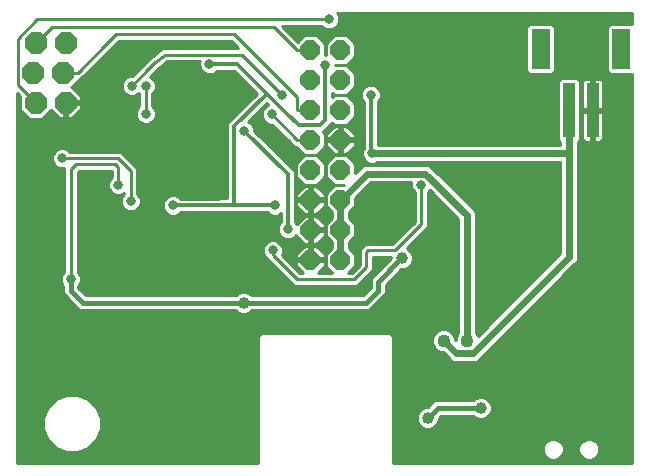
<source format=gbl>
G75*
G70*
%OFA0B0*%
%FSLAX24Y24*%
%IPPOS*%
%LPD*%
%AMOC8*
5,1,8,0,0,1.08239X$1,22.5*
%
%ADD10OC8,0.0640*%
%ADD11R,0.0394X0.1811*%
%ADD12R,0.0630X0.1339*%
%ADD13OC8,0.0740*%
%ADD14C,0.0240*%
%ADD15C,0.0160*%
%ADD16C,0.0120*%
%ADD17C,0.0330*%
%ADD18C,0.0436*%
%ADD19C,0.0100*%
%ADD20C,0.0397*%
%ADD21C,0.0181*%
%ADD22R,0.0330X0.0330*%
D10*
X010103Y007609D03*
X011103Y007609D03*
X011103Y008609D03*
X010103Y008609D03*
X010103Y009609D03*
X011103Y009609D03*
X011103Y010609D03*
X010103Y010609D03*
X010103Y011609D03*
X011103Y011609D03*
X011103Y012609D03*
X011103Y013609D03*
X010103Y013609D03*
X010103Y012609D03*
X010103Y014609D03*
X011103Y014609D03*
D11*
X018727Y012597D03*
X019514Y012597D03*
D12*
X020459Y014644D03*
X017782Y014644D03*
D13*
X001947Y014845D03*
X000947Y014845D03*
X000847Y013845D03*
X001847Y013845D03*
X001947Y012845D03*
X000947Y012845D03*
D14*
X011103Y009609D02*
X011103Y008609D01*
X011103Y007609D01*
X011152Y009648D02*
X011988Y010485D01*
X013937Y010485D01*
X015327Y009095D01*
X015327Y004916D01*
X015518Y004497D02*
X014959Y004497D01*
X014540Y004916D01*
X015518Y004497D02*
X018727Y007705D01*
X018727Y011233D01*
X018727Y012597D01*
X018727Y011233D02*
X018650Y011156D01*
X018713Y011156D01*
X018650Y011156D02*
X012158Y011156D01*
D15*
X011152Y009648D02*
X011142Y009648D01*
X011103Y009609D01*
X013134Y007664D02*
X013150Y007664D01*
X013134Y007664D02*
X012355Y006885D01*
X012355Y006570D01*
X011961Y006176D01*
X007876Y006176D01*
X002512Y006176D01*
X002119Y006570D01*
X002119Y006963D01*
D16*
X005520Y009424D02*
X007138Y009424D01*
X007138Y009436D01*
X007550Y009436D01*
X007550Y011964D01*
X007550Y012064D01*
X008640Y013154D01*
X009370Y012424D01*
X009650Y012164D01*
X009710Y012104D01*
X010340Y012104D01*
X010420Y012104D01*
X010580Y012264D01*
X010603Y012287D01*
X010603Y014109D01*
X012109Y013115D02*
X012109Y011206D01*
X012158Y011156D01*
X009353Y010461D02*
X007900Y011914D01*
X008640Y013154D02*
X008378Y013416D01*
X007658Y014136D01*
X007550Y014136D01*
X007658Y014136D02*
X006738Y014136D01*
X009353Y010461D02*
X009353Y008637D01*
X008910Y009424D02*
X007150Y009424D01*
X007040Y009424D01*
X007138Y009436D02*
X007150Y009424D01*
D17*
X005520Y009424D03*
X004107Y009562D03*
X003693Y010113D03*
X002505Y010421D03*
X001823Y010999D03*
X004610Y012475D03*
X004610Y013410D03*
X004141Y013410D03*
X006738Y014136D03*
X006690Y014784D03*
X009140Y013119D03*
X008811Y012456D03*
X007900Y011914D03*
X010603Y014109D03*
X012109Y013115D03*
X013339Y014440D03*
X010726Y015625D03*
X012158Y011156D03*
X013792Y010113D03*
X014630Y010444D03*
X009353Y008637D03*
X008843Y007930D03*
X008910Y009424D03*
X002119Y006963D03*
X006010Y003446D03*
D18*
X014540Y004916D03*
X015327Y004916D03*
D19*
X000320Y000834D02*
X000320Y013161D01*
X000410Y013072D01*
X000407Y013069D01*
X000407Y012622D01*
X000724Y012305D01*
X001171Y012305D01*
X001461Y012596D01*
X001732Y012325D01*
X001897Y012325D01*
X001897Y012795D01*
X001997Y012795D01*
X001997Y012325D01*
X002163Y012325D01*
X002467Y012630D01*
X002467Y012795D01*
X001997Y012795D01*
X001997Y012895D01*
X002467Y012895D01*
X002467Y013061D01*
X002163Y013365D01*
X002131Y013365D01*
X002387Y013622D01*
X002387Y013625D01*
X002438Y013625D01*
X003478Y014665D01*
X003478Y014665D01*
X003717Y014904D01*
X007464Y014904D01*
X007694Y014674D01*
X005256Y014674D01*
X005177Y014682D01*
X005167Y014674D01*
X005154Y014674D01*
X005098Y014618D01*
X004847Y014414D01*
X004834Y014414D01*
X004778Y014358D01*
X004716Y014307D01*
X004714Y014295D01*
X004481Y014061D01*
X004165Y013745D01*
X004075Y013745D01*
X003951Y013694D01*
X003857Y013600D01*
X003806Y013477D01*
X003806Y013344D01*
X003857Y013220D01*
X003951Y013126D01*
X004075Y013075D01*
X004208Y013075D01*
X004331Y013126D01*
X004376Y013171D01*
X004390Y013156D01*
X004390Y012729D01*
X004326Y012665D01*
X004275Y012542D01*
X004275Y012409D01*
X004326Y012285D01*
X004420Y012191D01*
X004543Y012140D01*
X004677Y012140D01*
X004800Y012191D01*
X004894Y012285D01*
X004945Y012409D01*
X004945Y012542D01*
X004894Y012665D01*
X004830Y012729D01*
X004830Y013156D01*
X004894Y013220D01*
X004945Y013344D01*
X004945Y013477D01*
X004894Y013600D01*
X004800Y013694D01*
X004755Y013713D01*
X004792Y013750D01*
X004792Y013750D01*
X005073Y014031D01*
X005323Y014234D01*
X006416Y014234D01*
X006403Y014203D01*
X006403Y014070D01*
X006454Y013947D01*
X006548Y013852D01*
X006672Y013801D01*
X006805Y013801D01*
X006928Y013852D01*
X006982Y013906D01*
X007563Y013906D01*
X008283Y013186D01*
X008315Y013154D01*
X007320Y012159D01*
X007320Y009666D01*
X007043Y009666D01*
X007031Y009654D01*
X005764Y009654D01*
X005710Y009708D01*
X005587Y009759D01*
X005453Y009759D01*
X005330Y009708D01*
X005236Y009614D01*
X005185Y009491D01*
X005185Y009358D01*
X005236Y009234D01*
X005330Y009140D01*
X005453Y009089D01*
X005587Y009089D01*
X005710Y009140D01*
X005764Y009194D01*
X006944Y009194D01*
X006944Y009194D01*
X008666Y009194D01*
X008720Y009140D01*
X008843Y009089D01*
X008976Y009089D01*
X009100Y009140D01*
X009123Y009163D01*
X009123Y008880D01*
X009069Y008826D01*
X009018Y008703D01*
X009018Y008570D01*
X009069Y008447D01*
X009163Y008353D01*
X009286Y008302D01*
X009419Y008302D01*
X009543Y008353D01*
X009633Y008443D01*
X009633Y008414D01*
X009908Y008139D01*
X010053Y008139D01*
X010053Y008559D01*
X010153Y008559D01*
X010153Y008659D01*
X010573Y008659D01*
X010573Y008804D01*
X010297Y009079D01*
X010153Y009079D01*
X010153Y008659D01*
X010053Y008659D01*
X010053Y009079D01*
X009908Y009079D01*
X009642Y008813D01*
X009637Y008826D01*
X009583Y008880D01*
X009583Y010557D01*
X008235Y011904D01*
X008235Y011981D01*
X008184Y012104D01*
X008090Y012198D01*
X008033Y012222D01*
X008640Y012829D01*
X008697Y012772D01*
X008622Y012740D01*
X008527Y012646D01*
X008476Y012523D01*
X008476Y012390D01*
X008527Y012267D01*
X008622Y012172D01*
X008745Y012121D01*
X008835Y012121D01*
X009433Y011524D01*
X009433Y011518D01*
X009562Y011389D01*
X009630Y011389D01*
X009900Y011119D01*
X010306Y011119D01*
X010593Y011406D01*
X010593Y011812D01*
X010523Y011882D01*
X010675Y012034D01*
X010830Y012189D01*
X010900Y012119D01*
X011306Y012119D01*
X011593Y012406D01*
X011593Y012812D01*
X011306Y013099D01*
X010900Y013099D01*
X010833Y013032D01*
X010833Y013186D01*
X010900Y013119D01*
X011306Y013119D01*
X011593Y013406D01*
X011593Y013812D01*
X011306Y014099D01*
X010938Y014099D01*
X010938Y014119D01*
X011306Y014119D01*
X011593Y014406D01*
X011593Y014812D01*
X011306Y015099D01*
X010900Y015099D01*
X010613Y014812D01*
X010613Y014444D01*
X010593Y014444D01*
X010593Y014812D01*
X010306Y015099D01*
X009900Y015099D01*
X009687Y014886D01*
X009168Y015405D01*
X010472Y015405D01*
X010536Y015341D01*
X010659Y015290D01*
X010792Y015290D01*
X010916Y015341D01*
X011010Y015435D01*
X011061Y015558D01*
X011061Y015691D01*
X011010Y015815D01*
X010976Y015849D01*
X020821Y015849D01*
X020821Y015484D01*
X020074Y015484D01*
X019974Y015384D01*
X019974Y013905D01*
X020074Y013805D01*
X020821Y013805D01*
X020821Y000834D01*
X012840Y000834D01*
X012840Y005065D01*
X012740Y005165D01*
X008465Y005165D01*
X008366Y005065D01*
X008366Y000834D01*
X000320Y000834D01*
X000320Y000861D02*
X008366Y000861D01*
X008366Y000960D02*
X000320Y000960D01*
X000320Y001058D02*
X008366Y001058D01*
X008366Y001157D02*
X000320Y001157D01*
X000320Y001255D02*
X001851Y001255D01*
X001967Y001207D02*
X001616Y001353D01*
X001346Y001622D01*
X001200Y001974D01*
X001200Y002355D01*
X001346Y002706D01*
X001616Y002976D01*
X001967Y003122D01*
X002348Y003122D01*
X002700Y002976D01*
X002970Y002706D01*
X003115Y002355D01*
X003115Y001974D01*
X002970Y001622D01*
X002700Y001353D01*
X002348Y001207D01*
X001967Y001207D01*
X001614Y001354D02*
X000320Y001354D01*
X000320Y001452D02*
X001516Y001452D01*
X001417Y001551D02*
X000320Y001551D01*
X000320Y001649D02*
X001335Y001649D01*
X001294Y001748D02*
X000320Y001748D01*
X000320Y001846D02*
X001253Y001846D01*
X001213Y001945D02*
X000320Y001945D01*
X000320Y002043D02*
X001200Y002043D01*
X001200Y002142D02*
X000320Y002142D01*
X000320Y002240D02*
X001200Y002240D01*
X001200Y002339D02*
X000320Y002339D01*
X000320Y002437D02*
X001235Y002437D01*
X001275Y002536D02*
X000320Y002536D01*
X000320Y002634D02*
X001316Y002634D01*
X001372Y002733D02*
X000320Y002733D01*
X000320Y002831D02*
X001471Y002831D01*
X001569Y002930D02*
X000320Y002930D01*
X000320Y003028D02*
X001742Y003028D01*
X002574Y003028D02*
X008366Y003028D01*
X008366Y002930D02*
X002746Y002930D01*
X002845Y002831D02*
X008366Y002831D01*
X008366Y002733D02*
X002943Y002733D01*
X002999Y002634D02*
X008366Y002634D01*
X008366Y002536D02*
X003040Y002536D01*
X003081Y002437D02*
X008366Y002437D01*
X008366Y002339D02*
X003115Y002339D01*
X003115Y002240D02*
X008366Y002240D01*
X008366Y002142D02*
X003115Y002142D01*
X003115Y002043D02*
X008366Y002043D01*
X008366Y001945D02*
X003103Y001945D01*
X003062Y001846D02*
X008366Y001846D01*
X008366Y001748D02*
X003022Y001748D01*
X002981Y001649D02*
X008366Y001649D01*
X008366Y001551D02*
X002898Y001551D01*
X002800Y001452D02*
X008366Y001452D01*
X008366Y001354D02*
X002701Y001354D01*
X002465Y001255D02*
X008366Y001255D01*
X008366Y003127D02*
X000320Y003127D01*
X000320Y003225D02*
X008366Y003225D01*
X008366Y003324D02*
X000320Y003324D01*
X000320Y003422D02*
X008366Y003422D01*
X008366Y003521D02*
X000320Y003521D01*
X000320Y003619D02*
X008366Y003619D01*
X008366Y003718D02*
X000320Y003718D01*
X000320Y003816D02*
X008366Y003816D01*
X008366Y003915D02*
X000320Y003915D01*
X000320Y004013D02*
X008366Y004013D01*
X008366Y004112D02*
X000320Y004112D01*
X000320Y004210D02*
X008366Y004210D01*
X008366Y004309D02*
X000320Y004309D01*
X000320Y004407D02*
X008366Y004407D01*
X008366Y004506D02*
X000320Y004506D01*
X000320Y004604D02*
X008366Y004604D01*
X008366Y004703D02*
X000320Y004703D01*
X000320Y004801D02*
X008366Y004801D01*
X008366Y004900D02*
X000320Y004900D01*
X000320Y004998D02*
X008366Y004998D01*
X008397Y005097D02*
X000320Y005097D01*
X000320Y005195D02*
X014270Y005195D01*
X014320Y005245D02*
X014211Y005136D01*
X014152Y004993D01*
X014152Y004839D01*
X014211Y004696D01*
X014320Y004587D01*
X014463Y004528D01*
X014518Y004528D01*
X014713Y004333D01*
X014795Y004251D01*
X014901Y004207D01*
X015576Y004207D01*
X015683Y004251D01*
X018891Y007459D01*
X018973Y007541D01*
X019017Y007648D01*
X019017Y011544D01*
X019094Y011621D01*
X019094Y013573D01*
X018994Y013673D01*
X018460Y013673D01*
X018360Y013573D01*
X018360Y011621D01*
X018437Y011544D01*
X018437Y011446D01*
X012339Y011446D01*
X012339Y012871D01*
X012393Y012925D01*
X012444Y013048D01*
X012444Y013182D01*
X012393Y013305D01*
X012298Y013399D01*
X012175Y013450D01*
X012042Y013450D01*
X011919Y013399D01*
X011825Y013305D01*
X011774Y013182D01*
X011774Y013048D01*
X011825Y012925D01*
X011879Y012871D01*
X011879Y011351D01*
X011874Y011346D01*
X011823Y011223D01*
X011823Y011090D01*
X011874Y010967D01*
X011968Y010872D01*
X012091Y010821D01*
X012225Y010821D01*
X012333Y010866D01*
X018437Y010866D01*
X018437Y007825D01*
X015683Y005071D01*
X015656Y005136D01*
X015617Y005175D01*
X015617Y009153D01*
X015573Y009259D01*
X014183Y010649D01*
X014102Y010731D01*
X013995Y010775D01*
X011931Y010775D01*
X011824Y010731D01*
X011593Y010499D01*
X011593Y010812D01*
X011306Y011099D01*
X010900Y011099D01*
X010613Y010812D01*
X010613Y010406D01*
X010900Y010119D01*
X011212Y010119D01*
X011192Y010099D01*
X010900Y010099D01*
X010613Y009812D01*
X010613Y009406D01*
X010813Y009206D01*
X010813Y009012D01*
X010613Y008812D01*
X010613Y008406D01*
X010813Y008206D01*
X010813Y008012D01*
X010613Y007812D01*
X010613Y007406D01*
X010835Y007183D01*
X010342Y007183D01*
X010573Y007414D01*
X010573Y007559D01*
X010153Y007559D01*
X010153Y007659D01*
X010573Y007659D01*
X010573Y007804D01*
X010297Y008079D01*
X010153Y008079D01*
X010153Y007659D01*
X010053Y007659D01*
X010053Y008079D01*
X009908Y008079D01*
X009633Y007804D01*
X009633Y007659D01*
X010053Y007659D01*
X010053Y007559D01*
X009633Y007559D01*
X009633Y007414D01*
X009864Y007183D01*
X009741Y007183D01*
X009144Y007781D01*
X009178Y007864D01*
X009178Y007997D01*
X009127Y008120D01*
X009033Y008214D01*
X008909Y008265D01*
X008776Y008265D01*
X008653Y008214D01*
X008559Y008120D01*
X008508Y007997D01*
X008508Y007864D01*
X008559Y007740D01*
X008653Y007646D01*
X008658Y007644D01*
X009559Y006743D01*
X011658Y006743D01*
X011787Y006872D01*
X012181Y007266D01*
X012181Y007708D01*
X012782Y007708D01*
X012782Y007665D01*
X012143Y007026D01*
X012105Y006934D01*
X012105Y006673D01*
X011857Y006426D01*
X008147Y006426D01*
X008085Y006488D01*
X007950Y006544D01*
X007803Y006544D01*
X007668Y006488D01*
X007605Y006426D01*
X002616Y006426D01*
X002369Y006673D01*
X012104Y006673D01*
X012105Y006771D02*
X011686Y006771D01*
X011785Y006870D02*
X012105Y006870D01*
X012119Y006968D02*
X011883Y006968D01*
X011982Y007067D02*
X012183Y007067D01*
X012282Y007165D02*
X012080Y007165D01*
X012179Y007264D02*
X012380Y007264D01*
X012479Y007362D02*
X012181Y007362D01*
X012181Y007461D02*
X012577Y007461D01*
X012676Y007559D02*
X012181Y007559D01*
X012181Y007658D02*
X012774Y007658D01*
X012926Y007928D02*
X012020Y007928D01*
X011961Y007869D01*
X011961Y007357D01*
X011567Y006963D01*
X009650Y006963D01*
X008843Y007771D01*
X008843Y007930D01*
X008530Y008052D02*
X002339Y008052D01*
X002339Y008150D02*
X008589Y008150D01*
X008736Y008249D02*
X002339Y008249D01*
X002339Y008347D02*
X009176Y008347D01*
X009070Y008446D02*
X002339Y008446D01*
X002339Y008544D02*
X009028Y008544D01*
X009018Y008643D02*
X002339Y008643D01*
X002339Y008741D02*
X009033Y008741D01*
X009082Y008840D02*
X002339Y008840D01*
X002339Y008938D02*
X009123Y008938D01*
X009123Y009037D02*
X002339Y009037D01*
X002339Y009135D02*
X005342Y009135D01*
X005237Y009234D02*
X004190Y009234D01*
X004173Y009227D02*
X004296Y009278D01*
X004391Y009372D01*
X004442Y009495D01*
X004442Y009628D01*
X005250Y009628D01*
X005201Y009529D02*
X004442Y009529D01*
X004442Y009628D02*
X004391Y009752D01*
X004327Y009816D01*
X004327Y010677D01*
X004198Y010805D01*
X003784Y011219D01*
X002077Y011219D01*
X002013Y011283D01*
X001890Y011334D01*
X001757Y011334D01*
X001633Y011283D01*
X001539Y011189D01*
X001488Y011065D01*
X001488Y010932D01*
X001539Y010809D01*
X001633Y010715D01*
X001757Y010664D01*
X001890Y010664D01*
X001899Y010667D01*
X001899Y007217D01*
X001835Y007153D01*
X001784Y007030D01*
X001784Y006897D01*
X001835Y006774D01*
X001869Y006740D01*
X001869Y006520D01*
X001907Y006428D01*
X001977Y006358D01*
X002371Y005964D01*
X002462Y005926D01*
X007605Y005926D01*
X007668Y005864D01*
X007803Y005808D01*
X007950Y005808D01*
X008085Y005864D01*
X008147Y005926D01*
X012011Y005926D01*
X012103Y005964D01*
X012496Y006358D01*
X012567Y006428D01*
X012605Y006520D01*
X012605Y006781D01*
X013119Y007296D01*
X013223Y007296D01*
X013359Y007352D01*
X013462Y007455D01*
X013518Y007591D01*
X013518Y007737D01*
X013462Y007873D01*
X013359Y007977D01*
X013307Y007998D01*
X014012Y008703D01*
X014012Y009859D01*
X014076Y009923D01*
X014080Y009933D01*
X015037Y008975D01*
X015037Y005175D01*
X014998Y005136D01*
X014939Y004993D01*
X014939Y004927D01*
X014928Y004938D01*
X014928Y004993D01*
X014869Y005136D01*
X014760Y005245D01*
X014617Y005304D01*
X014463Y005304D01*
X014320Y005245D01*
X014437Y005294D02*
X000320Y005294D01*
X000320Y005392D02*
X015037Y005392D01*
X015037Y005294D02*
X014642Y005294D01*
X014810Y005195D02*
X015037Y005195D01*
X014982Y005097D02*
X014885Y005097D01*
X014926Y004998D02*
X014941Y004998D01*
X015037Y005491D02*
X000320Y005491D01*
X000320Y005589D02*
X015037Y005589D01*
X015037Y005688D02*
X000320Y005688D01*
X000320Y005786D02*
X015037Y005786D01*
X015037Y005885D02*
X008106Y005885D01*
X007647Y005885D02*
X000320Y005885D01*
X000320Y005983D02*
X002351Y005983D01*
X002253Y006082D02*
X000320Y006082D01*
X000320Y006180D02*
X002154Y006180D01*
X002056Y006279D02*
X000320Y006279D01*
X000320Y006377D02*
X001957Y006377D01*
X001887Y006476D02*
X000320Y006476D01*
X000320Y006574D02*
X001869Y006574D01*
X001869Y006673D02*
X000320Y006673D01*
X000320Y006771D02*
X001837Y006771D01*
X001795Y006870D02*
X000320Y006870D01*
X000320Y006968D02*
X001784Y006968D01*
X001799Y007067D02*
X000320Y007067D01*
X000320Y007165D02*
X001847Y007165D01*
X001899Y007264D02*
X000320Y007264D01*
X000320Y007362D02*
X001899Y007362D01*
X001899Y007461D02*
X000320Y007461D01*
X000320Y007559D02*
X001899Y007559D01*
X001899Y007658D02*
X000320Y007658D01*
X000320Y007756D02*
X001899Y007756D01*
X001899Y007855D02*
X000320Y007855D01*
X000320Y007953D02*
X001899Y007953D01*
X001899Y008052D02*
X000320Y008052D01*
X000320Y008150D02*
X001899Y008150D01*
X001899Y008249D02*
X000320Y008249D01*
X000320Y008347D02*
X001899Y008347D01*
X001899Y008446D02*
X000320Y008446D01*
X000320Y008544D02*
X001899Y008544D01*
X001899Y008643D02*
X000320Y008643D01*
X000320Y008741D02*
X001899Y008741D01*
X001899Y008840D02*
X000320Y008840D01*
X000320Y008938D02*
X001899Y008938D01*
X001899Y009037D02*
X000320Y009037D01*
X000320Y009135D02*
X001899Y009135D01*
X001899Y009234D02*
X000320Y009234D01*
X000320Y009332D02*
X001899Y009332D01*
X001899Y009431D02*
X000320Y009431D01*
X000320Y009529D02*
X001899Y009529D01*
X001899Y009628D02*
X000320Y009628D01*
X000320Y009726D02*
X001899Y009726D01*
X001899Y009825D02*
X000320Y009825D01*
X000320Y009923D02*
X001899Y009923D01*
X001899Y010022D02*
X000320Y010022D01*
X000320Y010120D02*
X001899Y010120D01*
X001899Y010219D02*
X000320Y010219D01*
X000320Y010317D02*
X001899Y010317D01*
X001899Y010416D02*
X000320Y010416D01*
X000320Y010514D02*
X001899Y010514D01*
X001899Y010613D02*
X000320Y010613D01*
X000320Y010711D02*
X001642Y010711D01*
X001539Y010810D02*
X000320Y010810D01*
X000320Y010908D02*
X001498Y010908D01*
X001488Y011007D02*
X000320Y011007D01*
X000320Y011105D02*
X001505Y011105D01*
X001554Y011204D02*
X000320Y011204D01*
X000320Y011302D02*
X001680Y011302D01*
X001966Y011302D02*
X007320Y011302D01*
X007320Y011204D02*
X003800Y011204D01*
X003898Y011105D02*
X007320Y011105D01*
X007320Y011007D02*
X003997Y011007D01*
X004095Y010908D02*
X007320Y010908D01*
X007320Y010810D02*
X004194Y010810D01*
X004292Y010711D02*
X007320Y010711D01*
X007320Y010613D02*
X004327Y010613D01*
X004327Y010514D02*
X007320Y010514D01*
X007320Y010416D02*
X004327Y010416D01*
X004327Y010317D02*
X007320Y010317D01*
X007320Y010219D02*
X004327Y010219D01*
X004327Y010120D02*
X007320Y010120D01*
X007320Y010022D02*
X004327Y010022D01*
X004327Y009923D02*
X007320Y009923D01*
X007320Y009825D02*
X004327Y009825D01*
X004401Y009726D02*
X005374Y009726D01*
X005666Y009726D02*
X007320Y009726D01*
X008732Y009135D02*
X005698Y009135D01*
X005195Y009332D02*
X004351Y009332D01*
X004415Y009431D02*
X005185Y009431D01*
X004173Y009227D02*
X004040Y009227D01*
X003917Y009278D01*
X003823Y009372D01*
X003772Y009495D01*
X003772Y009628D01*
X002339Y009628D01*
X002339Y009726D02*
X003812Y009726D01*
X003823Y009752D02*
X003772Y009628D01*
X003772Y009529D02*
X002339Y009529D01*
X002339Y009431D02*
X003798Y009431D01*
X003863Y009332D02*
X002339Y009332D01*
X002339Y009234D02*
X004023Y009234D01*
X004107Y009562D02*
X004107Y010585D01*
X003693Y010999D01*
X001823Y010999D01*
X002119Y010633D02*
X002288Y010802D01*
X003595Y010802D01*
X003693Y010704D01*
X003693Y010113D01*
X003473Y010367D02*
X003409Y010303D01*
X003358Y010180D01*
X003358Y010046D01*
X003409Y009923D01*
X003504Y009829D01*
X003627Y009778D01*
X003760Y009778D01*
X003883Y009829D01*
X003887Y009833D01*
X003887Y009816D01*
X003823Y009752D01*
X003873Y009825D02*
X003887Y009825D01*
X003514Y009825D02*
X002339Y009825D01*
X002339Y009923D02*
X003409Y009923D01*
X003369Y010022D02*
X002339Y010022D01*
X002339Y010120D02*
X003358Y010120D01*
X003374Y010219D02*
X002339Y010219D01*
X002339Y010317D02*
X003424Y010317D01*
X003473Y010367D02*
X003473Y010582D01*
X002379Y010582D01*
X002339Y010542D01*
X002339Y007217D01*
X002403Y007153D01*
X002454Y007030D01*
X002454Y006897D01*
X002403Y006774D01*
X002369Y006740D01*
X002369Y006673D01*
X002400Y006771D02*
X009531Y006771D01*
X009433Y006870D02*
X002442Y006870D01*
X002454Y006968D02*
X009334Y006968D01*
X009236Y007067D02*
X002438Y007067D01*
X002390Y007165D02*
X009137Y007165D01*
X009039Y007264D02*
X002339Y007264D01*
X002339Y007362D02*
X008940Y007362D01*
X008842Y007461D02*
X002339Y007461D01*
X002339Y007559D02*
X008743Y007559D01*
X008642Y007658D02*
X002339Y007658D01*
X002339Y007756D02*
X008552Y007756D01*
X008511Y007855D02*
X002339Y007855D01*
X002339Y007953D02*
X008508Y007953D01*
X008949Y008249D02*
X009798Y008249D01*
X009700Y008347D02*
X009529Y008347D01*
X009897Y008150D02*
X009097Y008150D01*
X009155Y008052D02*
X009881Y008052D01*
X009782Y007953D02*
X009178Y007953D01*
X009174Y007855D02*
X009684Y007855D01*
X009633Y007756D02*
X009168Y007756D01*
X009267Y007658D02*
X010053Y007658D01*
X010053Y007756D02*
X010153Y007756D01*
X010153Y007658D02*
X010613Y007658D01*
X010613Y007756D02*
X010573Y007756D01*
X010522Y007855D02*
X010655Y007855D01*
X010754Y007953D02*
X010423Y007953D01*
X010325Y008052D02*
X010813Y008052D01*
X010813Y008150D02*
X010309Y008150D01*
X010297Y008139D02*
X010573Y008414D01*
X010573Y008559D01*
X010153Y008559D01*
X010153Y008139D01*
X010297Y008139D01*
X010153Y008150D02*
X010053Y008150D01*
X010053Y008052D02*
X010153Y008052D01*
X010153Y007953D02*
X010053Y007953D01*
X010053Y007855D02*
X010153Y007855D01*
X010153Y007559D02*
X010613Y007559D01*
X010613Y007461D02*
X010573Y007461D01*
X010521Y007362D02*
X010657Y007362D01*
X010755Y007264D02*
X010422Y007264D01*
X010053Y007559D02*
X009365Y007559D01*
X009464Y007461D02*
X009633Y007461D01*
X009685Y007362D02*
X009562Y007362D01*
X009661Y007264D02*
X009783Y007264D01*
X010053Y008249D02*
X010153Y008249D01*
X010153Y008347D02*
X010053Y008347D01*
X010053Y008446D02*
X010153Y008446D01*
X010153Y008544D02*
X010053Y008544D01*
X010153Y008643D02*
X010613Y008643D01*
X010613Y008741D02*
X010573Y008741D01*
X010537Y008840D02*
X010640Y008840D01*
X010739Y008938D02*
X010438Y008938D01*
X010340Y009037D02*
X010813Y009037D01*
X010813Y009135D02*
X009583Y009135D01*
X009583Y009037D02*
X009866Y009037D01*
X009908Y009139D02*
X009633Y009414D01*
X009633Y009559D01*
X010053Y009559D01*
X010153Y009559D01*
X010153Y009659D01*
X010573Y009659D01*
X010573Y009804D01*
X010297Y010079D01*
X010153Y010079D01*
X010153Y009659D01*
X010053Y009659D01*
X010053Y010079D01*
X009908Y010079D01*
X009633Y009804D01*
X009633Y009659D01*
X010053Y009659D01*
X010053Y009559D01*
X010053Y009139D01*
X009908Y009139D01*
X009813Y009234D02*
X009583Y009234D01*
X009583Y009332D02*
X009715Y009332D01*
X009633Y009431D02*
X009583Y009431D01*
X009583Y009529D02*
X009633Y009529D01*
X009583Y009628D02*
X010053Y009628D01*
X010053Y009726D02*
X010153Y009726D01*
X010153Y009628D02*
X010613Y009628D01*
X010573Y009559D02*
X010153Y009559D01*
X010153Y009139D01*
X010297Y009139D01*
X010573Y009414D01*
X010573Y009559D01*
X010573Y009529D02*
X010613Y009529D01*
X010613Y009431D02*
X010573Y009431D01*
X010491Y009332D02*
X010687Y009332D01*
X010785Y009234D02*
X010392Y009234D01*
X010153Y009234D02*
X010053Y009234D01*
X010053Y009332D02*
X010153Y009332D01*
X010153Y009431D02*
X010053Y009431D01*
X010053Y009529D02*
X010153Y009529D01*
X010153Y009825D02*
X010053Y009825D01*
X010053Y009923D02*
X010153Y009923D01*
X010153Y010022D02*
X010053Y010022D01*
X009900Y010119D02*
X010306Y010119D01*
X010593Y010406D01*
X010593Y010812D01*
X010306Y011099D01*
X009900Y011099D01*
X009613Y010812D01*
X009613Y010406D01*
X009900Y010119D01*
X009899Y010120D02*
X009583Y010120D01*
X009583Y010022D02*
X009851Y010022D01*
X009752Y009923D02*
X009583Y009923D01*
X009583Y009825D02*
X009654Y009825D01*
X009633Y009726D02*
X009583Y009726D01*
X009583Y010219D02*
X009800Y010219D01*
X009702Y010317D02*
X009583Y010317D01*
X009583Y010416D02*
X009613Y010416D01*
X009613Y010514D02*
X009583Y010514D01*
X009613Y010613D02*
X009527Y010613D01*
X009613Y010711D02*
X009428Y010711D01*
X009330Y010810D02*
X009613Y010810D01*
X009709Y010908D02*
X009231Y010908D01*
X009133Y011007D02*
X009807Y011007D01*
X009815Y011204D02*
X008936Y011204D01*
X008837Y011302D02*
X009717Y011302D01*
X009550Y011401D02*
X008739Y011401D01*
X008640Y011499D02*
X009451Y011499D01*
X009359Y011598D02*
X008542Y011598D01*
X008443Y011696D02*
X009261Y011696D01*
X009162Y011795D02*
X008345Y011795D01*
X008246Y011893D02*
X009064Y011893D01*
X008965Y011992D02*
X008230Y011992D01*
X008190Y012090D02*
X008867Y012090D01*
X008605Y012189D02*
X008099Y012189D01*
X008098Y012287D02*
X008519Y012287D01*
X008478Y012386D02*
X008197Y012386D01*
X008295Y012484D02*
X008476Y012484D01*
X008501Y012583D02*
X008394Y012583D01*
X008492Y012681D02*
X008562Y012681D01*
X008591Y012780D02*
X008689Y012780D01*
X008811Y012456D02*
X009653Y011615D01*
X009653Y011609D01*
X010103Y011609D01*
X010489Y011302D02*
X010745Y011302D01*
X010843Y011204D02*
X010390Y011204D01*
X010398Y011007D02*
X010807Y011007D01*
X010709Y010908D02*
X010497Y010908D01*
X010593Y010810D02*
X010613Y010810D01*
X010613Y010711D02*
X010593Y010711D01*
X010593Y010613D02*
X010613Y010613D01*
X010613Y010514D02*
X010593Y010514D01*
X010593Y010416D02*
X010613Y010416D01*
X010702Y010317D02*
X010504Y010317D01*
X010405Y010219D02*
X010800Y010219D01*
X010899Y010120D02*
X010307Y010120D01*
X010355Y010022D02*
X010822Y010022D01*
X010724Y009923D02*
X010453Y009923D01*
X010552Y009825D02*
X010625Y009825D01*
X010613Y009726D02*
X010573Y009726D01*
X011393Y009206D02*
X011593Y009406D01*
X011593Y009679D01*
X012108Y010195D01*
X013463Y010195D01*
X013457Y010180D01*
X013457Y010046D01*
X013508Y009923D01*
X011837Y009923D01*
X011738Y009825D02*
X013572Y009825D01*
X013572Y009859D02*
X013572Y008885D01*
X012834Y008148D01*
X011929Y008148D01*
X011870Y008089D01*
X011741Y007960D01*
X011741Y007448D01*
X011476Y007183D01*
X011370Y007183D01*
X011593Y007406D01*
X011593Y007812D01*
X011393Y008012D01*
X011393Y008206D01*
X011593Y008406D01*
X011593Y008812D01*
X011393Y009012D01*
X011393Y009206D01*
X011420Y009234D02*
X013572Y009234D01*
X013572Y009332D02*
X011519Y009332D01*
X011593Y009431D02*
X013572Y009431D01*
X013572Y009529D02*
X011593Y009529D01*
X011593Y009628D02*
X013572Y009628D01*
X013572Y009726D02*
X011640Y009726D01*
X011935Y010022D02*
X013467Y010022D01*
X013457Y010120D02*
X012034Y010120D01*
X011608Y010514D02*
X011593Y010514D01*
X011593Y010613D02*
X011706Y010613D01*
X011805Y010711D02*
X011593Y010711D01*
X011593Y010810D02*
X018437Y010810D01*
X018437Y010711D02*
X014121Y010711D01*
X014220Y010613D02*
X018437Y010613D01*
X018437Y010514D02*
X014318Y010514D01*
X014417Y010416D02*
X018437Y010416D01*
X018437Y010317D02*
X014515Y010317D01*
X014614Y010219D02*
X018437Y010219D01*
X018437Y010120D02*
X014712Y010120D01*
X014811Y010022D02*
X018437Y010022D01*
X018437Y009923D02*
X014909Y009923D01*
X015008Y009825D02*
X018437Y009825D01*
X018437Y009726D02*
X015106Y009726D01*
X015205Y009628D02*
X018437Y009628D01*
X018437Y009529D02*
X015303Y009529D01*
X015402Y009431D02*
X018437Y009431D01*
X018437Y009332D02*
X015500Y009332D01*
X015584Y009234D02*
X018437Y009234D01*
X018437Y009135D02*
X015617Y009135D01*
X015617Y009037D02*
X018437Y009037D01*
X018437Y008938D02*
X015617Y008938D01*
X015617Y008840D02*
X018437Y008840D01*
X018437Y008741D02*
X015617Y008741D01*
X015617Y008643D02*
X018437Y008643D01*
X018437Y008544D02*
X015617Y008544D01*
X015617Y008446D02*
X018437Y008446D01*
X018437Y008347D02*
X015617Y008347D01*
X015617Y008249D02*
X018437Y008249D01*
X018437Y008150D02*
X015617Y008150D01*
X015617Y008052D02*
X018437Y008052D01*
X018437Y007953D02*
X015617Y007953D01*
X015617Y007855D02*
X018437Y007855D01*
X018368Y007756D02*
X015617Y007756D01*
X015617Y007658D02*
X018269Y007658D01*
X018171Y007559D02*
X015617Y007559D01*
X015617Y007461D02*
X018072Y007461D01*
X017974Y007362D02*
X015617Y007362D01*
X015617Y007264D02*
X017875Y007264D01*
X017777Y007165D02*
X015617Y007165D01*
X015617Y007067D02*
X017678Y007067D01*
X017580Y006968D02*
X015617Y006968D01*
X015617Y006870D02*
X017481Y006870D01*
X017383Y006771D02*
X015617Y006771D01*
X015617Y006673D02*
X017284Y006673D01*
X017186Y006574D02*
X015617Y006574D01*
X015617Y006476D02*
X017087Y006476D01*
X016989Y006377D02*
X015617Y006377D01*
X015617Y006279D02*
X016890Y006279D01*
X016792Y006180D02*
X015617Y006180D01*
X015617Y006082D02*
X016693Y006082D01*
X016595Y005983D02*
X015617Y005983D01*
X015617Y005885D02*
X016496Y005885D01*
X016398Y005786D02*
X015617Y005786D01*
X015617Y005688D02*
X016299Y005688D01*
X016201Y005589D02*
X015617Y005589D01*
X015617Y005491D02*
X016102Y005491D01*
X016004Y005392D02*
X015617Y005392D01*
X015617Y005294D02*
X015905Y005294D01*
X015807Y005195D02*
X015617Y005195D01*
X015672Y005097D02*
X015708Y005097D01*
X016233Y004801D02*
X020821Y004801D01*
X020821Y004703D02*
X016134Y004703D01*
X016036Y004604D02*
X020821Y004604D01*
X020821Y004506D02*
X015937Y004506D01*
X015839Y004407D02*
X020821Y004407D01*
X020821Y004309D02*
X015740Y004309D01*
X015584Y004210D02*
X020821Y004210D01*
X020821Y004112D02*
X012840Y004112D01*
X012840Y004210D02*
X014893Y004210D01*
X014737Y004309D02*
X012840Y004309D01*
X012840Y004407D02*
X014639Y004407D01*
X014540Y004506D02*
X012840Y004506D01*
X012840Y004604D02*
X014303Y004604D01*
X014208Y004703D02*
X012840Y004703D01*
X012840Y004801D02*
X014167Y004801D01*
X014152Y004900D02*
X012840Y004900D01*
X012840Y004998D02*
X014154Y004998D01*
X014194Y005097D02*
X012808Y005097D01*
X012122Y005983D02*
X015037Y005983D01*
X015037Y006082D02*
X012220Y006082D01*
X012319Y006180D02*
X015037Y006180D01*
X015037Y006279D02*
X012417Y006279D01*
X012516Y006377D02*
X015037Y006377D01*
X015037Y006476D02*
X012586Y006476D01*
X012605Y006574D02*
X015037Y006574D01*
X015037Y006673D02*
X012605Y006673D01*
X012605Y006771D02*
X015037Y006771D01*
X015037Y006870D02*
X012693Y006870D01*
X012792Y006968D02*
X015037Y006968D01*
X015037Y007067D02*
X012890Y007067D01*
X012989Y007165D02*
X015037Y007165D01*
X015037Y007264D02*
X013087Y007264D01*
X013369Y007362D02*
X015037Y007362D01*
X015037Y007461D02*
X013464Y007461D01*
X013505Y007559D02*
X015037Y007559D01*
X015037Y007658D02*
X013518Y007658D01*
X013511Y007756D02*
X015037Y007756D01*
X015037Y007855D02*
X013470Y007855D01*
X013382Y007953D02*
X015037Y007953D01*
X015037Y008052D02*
X013360Y008052D01*
X013459Y008150D02*
X015037Y008150D01*
X015037Y008249D02*
X013557Y008249D01*
X013656Y008347D02*
X015037Y008347D01*
X015037Y008446D02*
X013754Y008446D01*
X013853Y008544D02*
X015037Y008544D01*
X015037Y008643D02*
X013951Y008643D01*
X014012Y008741D02*
X015037Y008741D01*
X015037Y008840D02*
X014012Y008840D01*
X014012Y008938D02*
X015037Y008938D01*
X014975Y009037D02*
X014012Y009037D01*
X014012Y009135D02*
X014877Y009135D01*
X014778Y009234D02*
X014012Y009234D01*
X014012Y009332D02*
X014680Y009332D01*
X014581Y009431D02*
X014012Y009431D01*
X014012Y009529D02*
X014483Y009529D01*
X014384Y009628D02*
X014012Y009628D01*
X014012Y009726D02*
X014286Y009726D01*
X014187Y009825D02*
X014012Y009825D01*
X014076Y009923D02*
X014089Y009923D01*
X013792Y010113D02*
X013792Y008794D01*
X012926Y007928D01*
X012837Y008150D02*
X011393Y008150D01*
X011393Y008052D02*
X011833Y008052D01*
X011741Y007953D02*
X011452Y007953D01*
X011550Y007855D02*
X011741Y007855D01*
X011741Y007756D02*
X011593Y007756D01*
X011593Y007658D02*
X011741Y007658D01*
X011741Y007559D02*
X011593Y007559D01*
X011593Y007461D02*
X011741Y007461D01*
X011655Y007362D02*
X011549Y007362D01*
X011556Y007264D02*
X011450Y007264D01*
X012006Y006574D02*
X002468Y006574D01*
X002566Y006476D02*
X007655Y006476D01*
X008098Y006476D02*
X011907Y006476D01*
X011435Y008249D02*
X012935Y008249D01*
X013034Y008347D02*
X011534Y008347D01*
X011593Y008446D02*
X013132Y008446D01*
X013231Y008544D02*
X011593Y008544D01*
X011593Y008643D02*
X013329Y008643D01*
X013428Y008741D02*
X011593Y008741D01*
X011565Y008840D02*
X013526Y008840D01*
X013572Y008938D02*
X011467Y008938D01*
X011393Y009037D02*
X013572Y009037D01*
X013572Y009135D02*
X011393Y009135D01*
X010613Y008544D02*
X010573Y008544D01*
X010573Y008446D02*
X010613Y008446D01*
X010672Y008347D02*
X010506Y008347D01*
X010407Y008249D02*
X010770Y008249D01*
X010153Y008741D02*
X010053Y008741D01*
X010053Y008840D02*
X010153Y008840D01*
X010153Y008938D02*
X010053Y008938D01*
X010053Y009037D02*
X010153Y009037D01*
X009767Y008938D02*
X009583Y008938D01*
X009623Y008840D02*
X009669Y008840D01*
X009123Y009135D02*
X009088Y009135D01*
X011398Y011007D02*
X011857Y011007D01*
X011823Y011105D02*
X009034Y011105D01*
X010534Y011893D02*
X010722Y011893D01*
X010633Y011804D02*
X010633Y011659D01*
X011053Y011659D01*
X011053Y012079D01*
X010908Y012079D01*
X010633Y011804D01*
X010633Y011795D02*
X010593Y011795D01*
X010593Y011696D02*
X010633Y011696D01*
X010593Y011598D02*
X011053Y011598D01*
X011053Y011559D02*
X011053Y011659D01*
X011153Y011659D01*
X011573Y011659D01*
X011573Y011804D01*
X011297Y012079D01*
X011153Y012079D01*
X011153Y011659D01*
X011153Y011559D01*
X011573Y011559D01*
X011573Y011414D01*
X011297Y011139D01*
X011153Y011139D01*
X011153Y011559D01*
X011053Y011559D01*
X011053Y011139D01*
X010908Y011139D01*
X010633Y011414D01*
X010633Y011559D01*
X011053Y011559D01*
X011053Y011499D02*
X011153Y011499D01*
X011153Y011401D02*
X011053Y011401D01*
X011053Y011302D02*
X011153Y011302D01*
X011153Y011204D02*
X011053Y011204D01*
X011362Y011204D02*
X011823Y011204D01*
X011856Y011302D02*
X011461Y011302D01*
X011559Y011401D02*
X011879Y011401D01*
X011879Y011499D02*
X011573Y011499D01*
X011573Y011696D02*
X011879Y011696D01*
X011879Y011598D02*
X011153Y011598D01*
X011153Y011696D02*
X011053Y011696D01*
X011053Y011795D02*
X011153Y011795D01*
X011153Y011893D02*
X011053Y011893D01*
X011053Y011992D02*
X011153Y011992D01*
X011385Y011992D02*
X011879Y011992D01*
X011879Y012090D02*
X010731Y012090D01*
X010821Y011992D02*
X010633Y011992D01*
X010830Y012189D02*
X010830Y012189D01*
X011375Y012189D02*
X011879Y012189D01*
X011879Y012287D02*
X011474Y012287D01*
X011572Y012386D02*
X011879Y012386D01*
X011879Y012484D02*
X011593Y012484D01*
X011593Y012583D02*
X011879Y012583D01*
X011879Y012681D02*
X011593Y012681D01*
X011593Y012780D02*
X011879Y012780D01*
X011872Y012878D02*
X011527Y012878D01*
X011428Y012977D02*
X011803Y012977D01*
X011774Y013075D02*
X011330Y013075D01*
X011360Y013174D02*
X011774Y013174D01*
X011811Y013272D02*
X011459Y013272D01*
X011557Y013371D02*
X011891Y013371D01*
X011593Y013469D02*
X018360Y013469D01*
X018360Y013371D02*
X012327Y013371D01*
X012406Y013272D02*
X018360Y013272D01*
X018360Y013174D02*
X012444Y013174D01*
X012444Y013075D02*
X018360Y013075D01*
X018360Y012977D02*
X012414Y012977D01*
X012346Y012878D02*
X018360Y012878D01*
X018360Y012780D02*
X012339Y012780D01*
X012339Y012681D02*
X018360Y012681D01*
X018360Y012583D02*
X012339Y012583D01*
X012339Y012484D02*
X018360Y012484D01*
X018360Y012386D02*
X012339Y012386D01*
X012339Y012287D02*
X018360Y012287D01*
X018360Y012189D02*
X012339Y012189D01*
X012339Y012090D02*
X018360Y012090D01*
X018360Y011992D02*
X012339Y011992D01*
X012339Y011893D02*
X018360Y011893D01*
X018360Y011795D02*
X012339Y011795D01*
X012339Y011696D02*
X018360Y011696D01*
X018384Y011598D02*
X012339Y011598D01*
X012339Y011499D02*
X018437Y011499D01*
X019017Y011499D02*
X020821Y011499D01*
X020821Y011401D02*
X019017Y011401D01*
X019017Y011302D02*
X020821Y011302D01*
X020821Y011204D02*
X019017Y011204D01*
X019017Y011105D02*
X020821Y011105D01*
X020821Y011007D02*
X019017Y011007D01*
X019017Y010908D02*
X020821Y010908D01*
X020821Y010810D02*
X019017Y010810D01*
X019017Y010711D02*
X020821Y010711D01*
X020821Y010613D02*
X019017Y010613D01*
X019017Y010514D02*
X020821Y010514D01*
X020821Y010416D02*
X019017Y010416D01*
X019017Y010317D02*
X020821Y010317D01*
X020821Y010219D02*
X019017Y010219D01*
X019017Y010120D02*
X020821Y010120D01*
X020821Y010022D02*
X019017Y010022D01*
X019017Y009923D02*
X020821Y009923D01*
X020821Y009825D02*
X019017Y009825D01*
X019017Y009726D02*
X020821Y009726D01*
X020821Y009628D02*
X019017Y009628D01*
X019017Y009529D02*
X020821Y009529D01*
X020821Y009431D02*
X019017Y009431D01*
X019017Y009332D02*
X020821Y009332D01*
X020821Y009234D02*
X019017Y009234D01*
X019017Y009135D02*
X020821Y009135D01*
X020821Y009037D02*
X019017Y009037D01*
X019017Y008938D02*
X020821Y008938D01*
X020821Y008840D02*
X019017Y008840D01*
X019017Y008741D02*
X020821Y008741D01*
X020821Y008643D02*
X019017Y008643D01*
X019017Y008544D02*
X020821Y008544D01*
X020821Y008446D02*
X019017Y008446D01*
X019017Y008347D02*
X020821Y008347D01*
X020821Y008249D02*
X019017Y008249D01*
X019017Y008150D02*
X020821Y008150D01*
X020821Y008052D02*
X019017Y008052D01*
X019017Y007953D02*
X020821Y007953D01*
X020821Y007855D02*
X019017Y007855D01*
X019017Y007756D02*
X020821Y007756D01*
X020821Y007658D02*
X019017Y007658D01*
X018980Y007559D02*
X020821Y007559D01*
X020821Y007461D02*
X018892Y007461D01*
X018794Y007362D02*
X020821Y007362D01*
X020821Y007264D02*
X018695Y007264D01*
X018597Y007165D02*
X020821Y007165D01*
X020821Y007067D02*
X018498Y007067D01*
X018400Y006968D02*
X020821Y006968D01*
X020821Y006870D02*
X018301Y006870D01*
X018203Y006771D02*
X020821Y006771D01*
X020821Y006673D02*
X018104Y006673D01*
X018006Y006574D02*
X020821Y006574D01*
X020821Y006476D02*
X017907Y006476D01*
X017809Y006377D02*
X020821Y006377D01*
X020821Y006279D02*
X017710Y006279D01*
X017612Y006180D02*
X020821Y006180D01*
X020821Y006082D02*
X017513Y006082D01*
X017415Y005983D02*
X020821Y005983D01*
X020821Y005885D02*
X017316Y005885D01*
X017218Y005786D02*
X020821Y005786D01*
X020821Y005688D02*
X017119Y005688D01*
X017021Y005589D02*
X020821Y005589D01*
X020821Y005491D02*
X016922Y005491D01*
X016824Y005392D02*
X020821Y005392D01*
X020821Y005294D02*
X016725Y005294D01*
X016627Y005195D02*
X020821Y005195D01*
X020821Y005097D02*
X016528Y005097D01*
X016430Y004998D02*
X020821Y004998D01*
X020821Y004900D02*
X016331Y004900D01*
X015853Y003040D02*
X015707Y003040D01*
X015571Y002984D01*
X015519Y002933D01*
X014291Y002933D01*
X014195Y002893D01*
X014008Y002706D01*
X013935Y002706D01*
X013800Y002650D01*
X013696Y002546D01*
X013640Y002411D01*
X013640Y002264D01*
X013696Y002129D01*
X013800Y002025D01*
X013935Y001969D01*
X014082Y001969D01*
X014217Y002025D01*
X014321Y002129D01*
X014377Y002264D01*
X014377Y002337D01*
X014451Y002411D01*
X015519Y002411D01*
X015571Y002360D01*
X015707Y002304D01*
X015853Y002304D01*
X015989Y002360D01*
X016092Y002463D01*
X016148Y002599D01*
X016148Y002745D01*
X016092Y002881D01*
X015989Y002984D01*
X015853Y003040D01*
X015883Y003028D02*
X020821Y003028D01*
X020821Y002930D02*
X016043Y002930D01*
X016113Y002831D02*
X020821Y002831D01*
X020821Y002733D02*
X016148Y002733D01*
X016148Y002634D02*
X020821Y002634D01*
X020821Y002536D02*
X016122Y002536D01*
X016066Y002437D02*
X020821Y002437D01*
X020821Y002339D02*
X015938Y002339D01*
X015622Y002339D02*
X014378Y002339D01*
X014367Y002240D02*
X020821Y002240D01*
X020821Y002142D02*
X014326Y002142D01*
X014235Y002043D02*
X020821Y002043D01*
X020821Y001945D02*
X012840Y001945D01*
X012840Y002043D02*
X013781Y002043D01*
X013691Y002142D02*
X012840Y002142D01*
X012840Y002240D02*
X013650Y002240D01*
X013640Y002339D02*
X012840Y002339D01*
X012840Y002437D02*
X013651Y002437D01*
X013692Y002536D02*
X012840Y002536D01*
X012840Y002634D02*
X013784Y002634D01*
X014035Y002733D02*
X012840Y002733D01*
X012840Y002831D02*
X014134Y002831D01*
X014284Y002930D02*
X012840Y002930D01*
X012840Y003028D02*
X015677Y003028D01*
X017903Y001491D02*
X017850Y001363D01*
X017850Y001225D01*
X017903Y001097D01*
X018001Y001000D01*
X018128Y000947D01*
X018266Y000947D01*
X018394Y001000D01*
X018492Y001097D01*
X018544Y001225D01*
X018544Y001363D01*
X018492Y001491D01*
X018394Y001588D01*
X018266Y001641D01*
X018128Y001641D01*
X018001Y001588D01*
X017903Y001491D01*
X017887Y001452D02*
X012840Y001452D01*
X012840Y001354D02*
X017850Y001354D01*
X017850Y001255D02*
X012840Y001255D01*
X012840Y001157D02*
X017878Y001157D01*
X017942Y001058D02*
X012840Y001058D01*
X012840Y000960D02*
X018097Y000960D01*
X018297Y000960D02*
X019279Y000960D01*
X019309Y000947D02*
X019447Y000947D01*
X019575Y001000D01*
X019673Y001097D01*
X019726Y001225D01*
X019726Y001363D01*
X019673Y001491D01*
X019575Y001588D01*
X019447Y001641D01*
X019309Y001641D01*
X019182Y001588D01*
X019084Y001491D01*
X019031Y001363D01*
X019031Y001225D01*
X019084Y001097D01*
X019182Y001000D01*
X019309Y000947D01*
X019478Y000960D02*
X020821Y000960D01*
X020821Y001058D02*
X019633Y001058D01*
X019697Y001157D02*
X020821Y001157D01*
X020821Y001255D02*
X019726Y001255D01*
X019726Y001354D02*
X020821Y001354D01*
X020821Y001452D02*
X019689Y001452D01*
X019613Y001551D02*
X020821Y001551D01*
X020821Y001649D02*
X012840Y001649D01*
X012840Y001551D02*
X017963Y001551D01*
X018432Y001551D02*
X019144Y001551D01*
X019068Y001452D02*
X018508Y001452D01*
X018544Y001354D02*
X019031Y001354D01*
X019031Y001255D02*
X018544Y001255D01*
X018516Y001157D02*
X019059Y001157D01*
X019123Y001058D02*
X018452Y001058D01*
X020821Y000861D02*
X012840Y000861D01*
X012840Y001748D02*
X020821Y001748D01*
X020821Y001846D02*
X012840Y001846D01*
X012840Y003127D02*
X020821Y003127D01*
X020821Y003225D02*
X012840Y003225D01*
X012840Y003324D02*
X020821Y003324D01*
X020821Y003422D02*
X012840Y003422D01*
X012840Y003521D02*
X020821Y003521D01*
X020821Y003619D02*
X012840Y003619D01*
X012840Y003718D02*
X020821Y003718D01*
X020821Y003816D02*
X012840Y003816D01*
X012840Y003915D02*
X020821Y003915D01*
X020821Y004013D02*
X012840Y004013D01*
X013572Y009859D02*
X013508Y009923D01*
X011932Y010908D02*
X011497Y010908D01*
X010646Y011401D02*
X010587Y011401D01*
X010593Y011499D02*
X010633Y011499D01*
X011483Y011893D02*
X011879Y011893D01*
X011879Y011795D02*
X011573Y011795D01*
X010876Y013075D02*
X010833Y013075D01*
X010833Y013174D02*
X010845Y013174D01*
X011593Y013568D02*
X018360Y013568D01*
X018453Y013666D02*
X011593Y013666D01*
X011593Y013765D02*
X020821Y013765D01*
X020821Y013666D02*
X019001Y013666D01*
X019094Y013568D02*
X019182Y013568D01*
X019178Y013561D02*
X019167Y013523D01*
X019167Y012646D01*
X019466Y012646D01*
X019466Y013653D01*
X019298Y013653D01*
X019259Y013643D01*
X019225Y013623D01*
X019197Y013595D01*
X019178Y013561D01*
X019167Y013469D02*
X019094Y013469D01*
X019094Y013371D02*
X019167Y013371D01*
X019167Y013272D02*
X019094Y013272D01*
X019094Y013174D02*
X019167Y013174D01*
X019167Y013075D02*
X019094Y013075D01*
X019094Y012977D02*
X019167Y012977D01*
X019167Y012878D02*
X019094Y012878D01*
X019094Y012780D02*
X019167Y012780D01*
X019167Y012681D02*
X019094Y012681D01*
X019094Y012583D02*
X019466Y012583D01*
X019466Y012549D02*
X019167Y012549D01*
X019167Y011672D01*
X019178Y011634D01*
X019197Y011600D01*
X019225Y011572D01*
X019259Y011552D01*
X019298Y011542D01*
X019466Y011542D01*
X019466Y012549D01*
X019563Y012549D01*
X019563Y012646D01*
X019466Y012646D01*
X019466Y012549D01*
X019466Y012484D02*
X019563Y012484D01*
X019563Y012549D02*
X019563Y011542D01*
X019731Y011542D01*
X019769Y011552D01*
X019803Y011572D01*
X019831Y011600D01*
X019851Y011634D01*
X019861Y011672D01*
X019861Y012549D01*
X019563Y012549D01*
X019563Y012583D02*
X020821Y012583D01*
X020821Y012681D02*
X019861Y012681D01*
X019861Y012646D02*
X019861Y013523D01*
X019851Y013561D01*
X019831Y013595D01*
X019803Y013623D01*
X019769Y013643D01*
X019731Y013653D01*
X019563Y013653D01*
X019563Y012646D01*
X019861Y012646D01*
X019861Y012780D02*
X020821Y012780D01*
X020821Y012878D02*
X019861Y012878D01*
X019861Y012977D02*
X020821Y012977D01*
X020821Y013075D02*
X019861Y013075D01*
X019861Y013174D02*
X020821Y013174D01*
X020821Y013272D02*
X019861Y013272D01*
X019861Y013371D02*
X020821Y013371D01*
X020821Y013469D02*
X019861Y013469D01*
X019847Y013568D02*
X020821Y013568D01*
X020016Y013863D02*
X018225Y013863D01*
X018267Y013905D02*
X018267Y015384D01*
X018167Y015484D01*
X017397Y015484D01*
X017297Y015384D01*
X017297Y013905D01*
X017397Y013805D01*
X018167Y013805D01*
X018267Y013905D01*
X018267Y013962D02*
X019974Y013962D01*
X019974Y014060D02*
X018267Y014060D01*
X018267Y014159D02*
X019974Y014159D01*
X019974Y014257D02*
X018267Y014257D01*
X018267Y014356D02*
X019974Y014356D01*
X019974Y014454D02*
X018267Y014454D01*
X018267Y014553D02*
X019974Y014553D01*
X019974Y014651D02*
X018267Y014651D01*
X018267Y014750D02*
X019974Y014750D01*
X019974Y014848D02*
X018267Y014848D01*
X018267Y014947D02*
X019974Y014947D01*
X019974Y015045D02*
X018267Y015045D01*
X018267Y015144D02*
X019974Y015144D01*
X019974Y015242D02*
X018267Y015242D01*
X018267Y015341D02*
X019974Y015341D01*
X020029Y015439D02*
X018212Y015439D01*
X017352Y015439D02*
X011012Y015439D01*
X011052Y015538D02*
X020821Y015538D01*
X020821Y015636D02*
X011061Y015636D01*
X011043Y015735D02*
X020821Y015735D01*
X020821Y015833D02*
X010991Y015833D01*
X010726Y015625D02*
X000987Y015625D01*
X000347Y014985D01*
X000347Y013446D01*
X000947Y012845D01*
X000545Y012484D02*
X000320Y012484D01*
X000320Y012386D02*
X000643Y012386D01*
X000446Y012583D02*
X000320Y012583D01*
X000320Y012681D02*
X000407Y012681D01*
X000407Y012780D02*
X000320Y012780D01*
X000320Y012878D02*
X000407Y012878D01*
X000407Y012977D02*
X000320Y012977D01*
X000320Y013075D02*
X000406Y013075D01*
X000320Y012287D02*
X004325Y012287D01*
X004284Y012386D02*
X002223Y012386D01*
X002322Y012484D02*
X004275Y012484D01*
X004292Y012583D02*
X002420Y012583D01*
X002467Y012681D02*
X004342Y012681D01*
X004390Y012780D02*
X002467Y012780D01*
X002467Y012977D02*
X004390Y012977D01*
X004390Y013075D02*
X002453Y013075D01*
X002354Y013174D02*
X003904Y013174D01*
X003836Y013272D02*
X002256Y013272D01*
X002136Y013371D02*
X003806Y013371D01*
X003806Y013469D02*
X002235Y013469D01*
X002333Y013568D02*
X003844Y013568D01*
X003923Y013666D02*
X002479Y013666D01*
X002578Y013765D02*
X004184Y013765D01*
X004283Y013863D02*
X002676Y013863D01*
X002775Y013962D02*
X004381Y013962D01*
X004480Y014060D02*
X002873Y014060D01*
X002972Y014159D02*
X004578Y014159D01*
X004481Y014061D02*
X004481Y014061D01*
X004701Y013970D02*
X004925Y014194D01*
X005245Y014454D01*
X007805Y014454D01*
X008065Y014194D01*
X008289Y013970D01*
X009140Y013119D01*
X009653Y013026D02*
X009653Y012609D01*
X010103Y012609D01*
X009653Y013026D02*
X007923Y014756D01*
X007555Y015124D01*
X004000Y015124D01*
X003626Y015124D01*
X003258Y014756D01*
X002347Y013845D01*
X001847Y013845D01*
X001997Y012878D02*
X004390Y012878D01*
X004830Y012878D02*
X008039Y012878D01*
X008137Y012977D02*
X004830Y012977D01*
X004830Y013075D02*
X008236Y013075D01*
X008295Y013174D02*
X004847Y013174D01*
X004915Y013272D02*
X008197Y013272D01*
X008283Y013186D02*
X008283Y013186D01*
X008098Y013371D02*
X004945Y013371D01*
X004945Y013469D02*
X008000Y013469D01*
X007901Y013568D02*
X004907Y013568D01*
X004828Y013666D02*
X007803Y013666D01*
X007704Y013765D02*
X004807Y013765D01*
X004905Y013863D02*
X006538Y013863D01*
X006448Y013962D02*
X005004Y013962D01*
X005109Y014060D02*
X006407Y014060D01*
X006403Y014159D02*
X005230Y014159D01*
X004896Y014454D02*
X003267Y014454D01*
X003169Y014356D02*
X004775Y014356D01*
X004677Y014257D02*
X003070Y014257D01*
X003366Y014553D02*
X005017Y014553D01*
X005131Y014651D02*
X003464Y014651D01*
X003563Y014750D02*
X007618Y014750D01*
X007520Y014848D02*
X003661Y014848D01*
X004701Y013970D02*
X004141Y013410D01*
X004610Y013410D02*
X004610Y012475D01*
X004945Y012484D02*
X007645Y012484D01*
X007743Y012583D02*
X004928Y012583D01*
X004878Y012681D02*
X007842Y012681D01*
X007940Y012780D02*
X004830Y012780D01*
X004936Y012386D02*
X007546Y012386D01*
X007448Y012287D02*
X004895Y012287D01*
X004794Y012189D02*
X007349Y012189D01*
X007320Y012090D02*
X000320Y012090D01*
X000320Y011992D02*
X007320Y011992D01*
X007320Y011893D02*
X000320Y011893D01*
X000320Y011795D02*
X007320Y011795D01*
X007320Y011696D02*
X000320Y011696D01*
X000320Y011598D02*
X007320Y011598D01*
X007320Y011499D02*
X000320Y011499D01*
X000320Y011401D02*
X007320Y011401D01*
X004426Y012189D02*
X000320Y012189D01*
X001251Y012386D02*
X001671Y012386D01*
X001573Y012484D02*
X001350Y012484D01*
X001448Y012583D02*
X001474Y012583D01*
X001897Y012583D02*
X001997Y012583D01*
X001997Y012681D02*
X001897Y012681D01*
X001897Y012780D02*
X001997Y012780D01*
X001997Y012484D02*
X001897Y012484D01*
X001897Y012386D02*
X001997Y012386D01*
X002119Y010633D02*
X002119Y006963D01*
X002339Y010416D02*
X003473Y010416D01*
X003473Y010514D02*
X002339Y010514D01*
X006939Y013863D02*
X007606Y013863D01*
X008885Y015377D02*
X001479Y015377D01*
X000947Y014845D01*
X008885Y015377D02*
X009653Y014609D01*
X010103Y014609D01*
X010458Y014947D02*
X010747Y014947D01*
X010649Y014848D02*
X010557Y014848D01*
X010593Y014750D02*
X010613Y014750D01*
X010613Y014651D02*
X010593Y014651D01*
X010593Y014553D02*
X010613Y014553D01*
X010613Y014454D02*
X010593Y014454D01*
X010360Y015045D02*
X010846Y015045D01*
X010915Y015341D02*
X017297Y015341D01*
X017297Y015242D02*
X009331Y015242D01*
X009429Y015144D02*
X017297Y015144D01*
X017297Y015045D02*
X011360Y015045D01*
X011458Y014947D02*
X017297Y014947D01*
X017297Y014848D02*
X011557Y014848D01*
X011593Y014750D02*
X017297Y014750D01*
X017297Y014651D02*
X011593Y014651D01*
X011593Y014553D02*
X017297Y014553D01*
X017297Y014454D02*
X011593Y014454D01*
X011542Y014356D02*
X017297Y014356D01*
X017297Y014257D02*
X011444Y014257D01*
X011345Y014159D02*
X017297Y014159D01*
X017297Y014060D02*
X011345Y014060D01*
X011443Y013962D02*
X017297Y013962D01*
X017339Y013863D02*
X011542Y013863D01*
X009846Y015045D02*
X009528Y015045D01*
X009626Y014947D02*
X009747Y014947D01*
X009232Y015341D02*
X010536Y015341D01*
X019094Y012484D02*
X019167Y012484D01*
X019167Y012386D02*
X019094Y012386D01*
X019094Y012287D02*
X019167Y012287D01*
X019167Y012189D02*
X019094Y012189D01*
X019094Y012090D02*
X019167Y012090D01*
X019167Y011992D02*
X019094Y011992D01*
X019094Y011893D02*
X019167Y011893D01*
X019167Y011795D02*
X019094Y011795D01*
X019094Y011696D02*
X019167Y011696D01*
X019199Y011598D02*
X019070Y011598D01*
X019466Y011598D02*
X019563Y011598D01*
X019563Y011696D02*
X019466Y011696D01*
X019466Y011795D02*
X019563Y011795D01*
X019563Y011893D02*
X019466Y011893D01*
X019466Y011992D02*
X019563Y011992D01*
X019563Y012090D02*
X019466Y012090D01*
X019466Y012189D02*
X019563Y012189D01*
X019563Y012287D02*
X019466Y012287D01*
X019466Y012386D02*
X019563Y012386D01*
X019861Y012386D02*
X020821Y012386D01*
X020821Y012484D02*
X019861Y012484D01*
X019861Y012287D02*
X020821Y012287D01*
X020821Y012189D02*
X019861Y012189D01*
X019861Y012090D02*
X020821Y012090D01*
X020821Y011992D02*
X019861Y011992D01*
X019861Y011893D02*
X020821Y011893D01*
X020821Y011795D02*
X019861Y011795D01*
X019861Y011696D02*
X020821Y011696D01*
X020821Y011598D02*
X019829Y011598D01*
X019563Y012681D02*
X019466Y012681D01*
X019466Y012780D02*
X019563Y012780D01*
X019563Y012878D02*
X019466Y012878D01*
X019466Y012977D02*
X019563Y012977D01*
X019563Y013075D02*
X019466Y013075D01*
X019466Y013174D02*
X019563Y013174D01*
X019563Y013272D02*
X019466Y013272D01*
X019466Y013371D02*
X019563Y013371D01*
X019563Y013469D02*
X019466Y013469D01*
X019466Y013568D02*
X019563Y013568D01*
D20*
X013150Y007664D03*
X007876Y006176D03*
X014008Y002337D03*
X015780Y002672D03*
D21*
X014343Y002672D01*
X014008Y002337D01*
D22*
X013422Y009042D03*
X006666Y011491D03*
X005819Y011491D03*
X005819Y012337D03*
X006666Y012337D03*
X003654Y012770D03*
M02*

</source>
